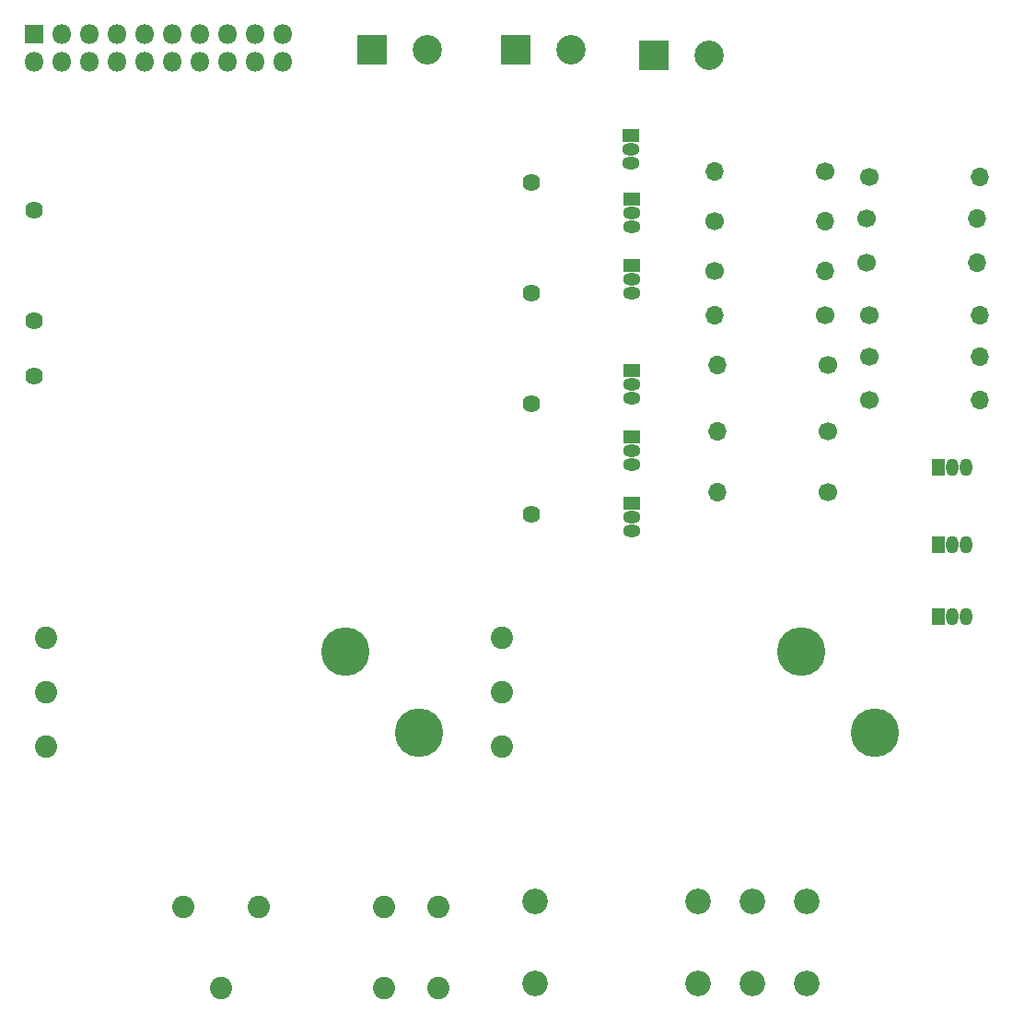
<source format=gbr>
%TF.GenerationSoftware,KiCad,Pcbnew,(5.1.6)-1*%
%TF.CreationDate,2021-11-09T13:55:38+01:00*%
%TF.ProjectId,FoxRobot,466f7852-6f62-46f7-942e-6b696361645f,V01*%
%TF.SameCoordinates,Original*%
%TF.FileFunction,Soldermask,Bot*%
%TF.FilePolarity,Negative*%
%FSLAX46Y46*%
G04 Gerber Fmt 4.6, Leading zero omitted, Abs format (unit mm)*
G04 Created by KiCad (PCBNEW (5.1.6)-1) date 2021-11-09 13:55:38*
%MOMM*%
%LPD*%
G01*
G04 APERTURE LIST*
%ADD10C,1.624000*%
%ADD11O,1.700000X1.700000*%
%ADD12C,1.700000*%
%ADD13R,1.600000X1.150000*%
%ADD14O,1.600000X1.150000*%
%ADD15R,1.150000X1.600000*%
%ADD16O,1.150000X1.600000*%
%ADD17C,2.050000*%
%ADD18C,4.450000*%
%ADD19O,1.800000X1.800000*%
%ADD20R,1.800000X1.800000*%
%ADD21C,2.700000*%
%ADD22R,2.700000X2.700000*%
%ADD23C,2.350000*%
G04 APERTURE END LIST*
D10*
%TO.C,U1*%
X62865000Y-61468000D03*
X62865000Y-51308000D03*
X62865000Y-41148000D03*
X62865000Y-30988000D03*
X17145000Y-48768000D03*
X17145000Y-43688000D03*
X17145000Y-33528000D03*
%TD*%
D11*
%TO.C,R13*%
X80010000Y-59436000D03*
D12*
X90170000Y-59436000D03*
%TD*%
D11*
%TO.C,R12*%
X80010000Y-53848000D03*
D12*
X90170000Y-53848000D03*
%TD*%
D11*
%TO.C,R11*%
X80010000Y-47752000D03*
D12*
X90170000Y-47752000D03*
%TD*%
D11*
%TO.C,R10*%
X104140000Y-30480000D03*
D12*
X93980000Y-30480000D03*
%TD*%
D11*
%TO.C,R9*%
X104138000Y-51022000D03*
D12*
X93978000Y-51022000D03*
%TD*%
D11*
%TO.C,R8*%
X104138000Y-46972000D03*
D12*
X93978000Y-46972000D03*
%TD*%
D11*
%TO.C,R7*%
X104140000Y-43180000D03*
D12*
X93980000Y-43180000D03*
%TD*%
D11*
%TO.C,R6*%
X103846000Y-38366000D03*
D12*
X93686000Y-38366000D03*
%TD*%
D11*
%TO.C,R5*%
X103846000Y-34316000D03*
D12*
X93686000Y-34316000D03*
%TD*%
D11*
%TO.C,R4*%
X89916000Y-34544000D03*
D12*
X79756000Y-34544000D03*
%TD*%
D11*
%TO.C,R3*%
X79756000Y-43180000D03*
D12*
X89916000Y-43180000D03*
%TD*%
D11*
%TO.C,R2*%
X79756000Y-29972000D03*
D12*
X89916000Y-29972000D03*
%TD*%
D11*
%TO.C,R1*%
X89916000Y-39116000D03*
D12*
X79756000Y-39116000D03*
%TD*%
D13*
%TO.C,Q9*%
X72136000Y-38608000D03*
D14*
X72136000Y-41148000D03*
X72136000Y-39878000D03*
%TD*%
D13*
%TO.C,Q8*%
X72136000Y-32512000D03*
D14*
X72136000Y-35052000D03*
X72136000Y-33782000D03*
%TD*%
D13*
%TO.C,Q7*%
X72009000Y-26670000D03*
D14*
X72009000Y-29210000D03*
X72009000Y-27940000D03*
%TD*%
D13*
%TO.C,Q6*%
X72136000Y-48260000D03*
D14*
X72136000Y-50800000D03*
X72136000Y-49530000D03*
%TD*%
D13*
%TO.C,Q5*%
X72136000Y-54356000D03*
D14*
X72136000Y-56896000D03*
X72136000Y-55626000D03*
%TD*%
D13*
%TO.C,Q4*%
X72136000Y-60452000D03*
D14*
X72136000Y-62992000D03*
X72136000Y-61722000D03*
%TD*%
D15*
%TO.C,Q3*%
X100330000Y-70866000D03*
D16*
X102870000Y-70866000D03*
X101600000Y-70866000D03*
%TD*%
D15*
%TO.C,Q2*%
X100330000Y-64262000D03*
D16*
X102870000Y-64262000D03*
X101600000Y-64262000D03*
%TD*%
D15*
%TO.C,Q1*%
X100330000Y-57150000D03*
D16*
X102870000Y-57150000D03*
X101600000Y-57150000D03*
%TD*%
D17*
%TO.C,K4*%
X60198000Y-77804000D03*
D18*
X94448000Y-81554000D03*
X87698000Y-74054000D03*
D17*
X60198000Y-72804000D03*
X60198000Y-82804000D03*
%TD*%
%TO.C,K3*%
X18288000Y-77804000D03*
D18*
X52538000Y-81554000D03*
X45788000Y-74054000D03*
D17*
X18288000Y-72804000D03*
X18288000Y-82804000D03*
%TD*%
%TO.C,K2*%
X54356000Y-105036000D03*
X49356000Y-105036000D03*
X34356000Y-105036000D03*
X30856000Y-97536000D03*
X37856000Y-97536000D03*
X49356000Y-97536000D03*
X54356000Y-97536000D03*
%TD*%
D19*
%TO.C,J5*%
X40005000Y-19939000D03*
X40005000Y-17399000D03*
X37465000Y-19939000D03*
X37465000Y-17399000D03*
X34925000Y-19939000D03*
X34925000Y-17399000D03*
X32385000Y-19939000D03*
X32385000Y-17399000D03*
X29845000Y-19939000D03*
X29845000Y-17399000D03*
X27305000Y-19939000D03*
X27305000Y-17399000D03*
X24765000Y-19939000D03*
X24765000Y-17399000D03*
X22225000Y-19939000D03*
X22225000Y-17399000D03*
X19685000Y-19939000D03*
X19685000Y-17399000D03*
X17145000Y-19939000D03*
D20*
X17145000Y-17399000D03*
%TD*%
D21*
%TO.C,J4*%
X79248000Y-19304000D03*
D22*
X74168000Y-19304000D03*
%TD*%
D23*
%TO.C,K1*%
X83192000Y-104542000D03*
X78192000Y-104542000D03*
X88192000Y-104542000D03*
X83192000Y-97042000D03*
X78192000Y-97042000D03*
X88192000Y-97042000D03*
X63192000Y-104542000D03*
X63192000Y-97042000D03*
%TD*%
D22*
%TO.C,J1*%
X61468000Y-18796000D03*
D21*
X66548000Y-18796000D03*
%TD*%
D22*
%TO.C,J6*%
X48260000Y-18796000D03*
D21*
X53340000Y-18796000D03*
%TD*%
M02*

</source>
